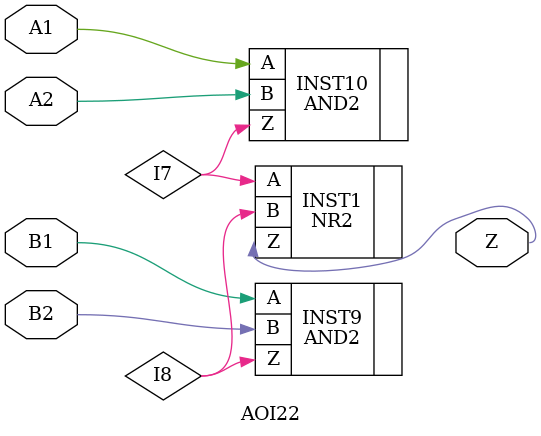
<source format=v>
`timescale 1 ns / 100 ps

/* Created by DB2VERILOG Version 1.2.0.2 on Fri Aug  5 11:12:57 1994 */
/* module compiled from "lsl2db 4.0.3" run */

module AOI22 (A1, A2, B1, B2, Z);
input  A1, A2, B1, B2;
output Z;
NR2 INST1 (.A(I7), .B(I8), .Z(Z));
AND2 INST10 (.A(A1), .B(A2), .Z(I7));
AND2 INST9 (.A(B1), .B(B2), .Z(I8));

endmodule


</source>
